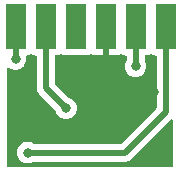
<source format=gbl>
G04 #@! TF.GenerationSoftware,KiCad,Pcbnew,(6.0.6-0)*
G04 #@! TF.CreationDate,2022-07-24T09:40:11-04:00*
G04 #@! TF.ProjectId,hitclips_2040_adapter_v5,68697463-6c69-4707-935f-323034305f61,rev?*
G04 #@! TF.SameCoordinates,Original*
G04 #@! TF.FileFunction,Copper,L2,Bot*
G04 #@! TF.FilePolarity,Positive*
%FSLAX46Y46*%
G04 Gerber Fmt 4.6, Leading zero omitted, Abs format (unit mm)*
G04 Created by KiCad (PCBNEW (6.0.6-0)) date 2022-07-24 09:40:11*
%MOMM*%
%LPD*%
G01*
G04 APERTURE LIST*
G04 #@! TA.AperFunction,ComponentPad*
%ADD10R,1.800000X2.200000*%
G04 #@! TD*
G04 #@! TA.AperFunction,SMDPad,CuDef*
%ADD11R,1.800000X2.750000*%
G04 #@! TD*
G04 #@! TA.AperFunction,ViaPad*
%ADD12C,0.800000*%
G04 #@! TD*
G04 #@! TA.AperFunction,Conductor*
%ADD13C,0.500000*%
G04 #@! TD*
G04 #@! TA.AperFunction,Conductor*
%ADD14C,0.250000*%
G04 #@! TD*
G04 APERTURE END LIST*
D10*
X131875600Y-85783200D03*
D11*
X131875600Y-87158200D03*
D10*
X134415600Y-85783200D03*
D11*
X134415600Y-87158200D03*
D10*
X136955600Y-85783200D03*
D11*
X136955600Y-87158200D03*
X139495600Y-87158200D03*
D10*
X139495600Y-85783200D03*
X142035600Y-85783200D03*
D11*
X142035600Y-87158200D03*
X144575600Y-87158200D03*
D10*
X144575600Y-85783200D03*
D12*
X131875600Y-89356000D03*
X136144000Y-93522800D03*
X142035600Y-89968000D03*
X132232400Y-92760800D03*
X143611600Y-92151200D03*
X132892800Y-97282000D03*
D13*
X131875600Y-89356000D02*
X131875600Y-87158200D01*
X142035600Y-89968000D02*
X142035600Y-87158200D01*
X136144000Y-93522800D02*
X134415600Y-91794400D01*
X134415600Y-91794400D02*
X134415600Y-87158200D01*
X143611600Y-92151200D02*
X142341600Y-92151200D01*
X142341600Y-92151200D02*
X139495600Y-89305200D01*
X139495600Y-89305200D02*
X139495600Y-87158200D01*
D14*
X139649200Y-87351800D02*
X139455600Y-87158200D01*
D13*
X132892800Y-97282000D02*
X141122400Y-97282000D01*
X141122400Y-97282000D02*
X144575600Y-93828800D01*
X144575600Y-93828800D02*
X144575600Y-87158200D01*
G04 #@! TA.AperFunction,Conductor*
G36*
X139691721Y-86278902D02*
G01*
X139738214Y-86332558D01*
X139749600Y-86384900D01*
X139749600Y-89023084D01*
X139754075Y-89038323D01*
X139755465Y-89039528D01*
X139763148Y-89041199D01*
X140440269Y-89041199D01*
X140447090Y-89040829D01*
X140497952Y-89035305D01*
X140513204Y-89031679D01*
X140633654Y-88986524D01*
X140649249Y-88977986D01*
X140689618Y-88947731D01*
X140756125Y-88922883D01*
X140825507Y-88937936D01*
X140840748Y-88947731D01*
X140841165Y-88948043D01*
X140888895Y-88983815D01*
X141025284Y-89034945D01*
X141087466Y-89041700D01*
X141151100Y-89041700D01*
X141219221Y-89061702D01*
X141265714Y-89115358D01*
X141277100Y-89167700D01*
X141277100Y-89431001D01*
X141260219Y-89494000D01*
X141201073Y-89596444D01*
X141142058Y-89778072D01*
X141122096Y-89968000D01*
X141122786Y-89974565D01*
X141140453Y-90142653D01*
X141142058Y-90157928D01*
X141201073Y-90339556D01*
X141296560Y-90504944D01*
X141424347Y-90646866D01*
X141578848Y-90759118D01*
X141584876Y-90761802D01*
X141584878Y-90761803D01*
X141747281Y-90834109D01*
X141753312Y-90836794D01*
X141846712Y-90856647D01*
X141933656Y-90875128D01*
X141933661Y-90875128D01*
X141940113Y-90876500D01*
X142131087Y-90876500D01*
X142137539Y-90875128D01*
X142137544Y-90875128D01*
X142224487Y-90856647D01*
X142317888Y-90836794D01*
X142323919Y-90834109D01*
X142486322Y-90761803D01*
X142486324Y-90761802D01*
X142492352Y-90759118D01*
X142646853Y-90646866D01*
X142774640Y-90504944D01*
X142870127Y-90339556D01*
X142929142Y-90157928D01*
X142930748Y-90142653D01*
X142948414Y-89974565D01*
X142949104Y-89968000D01*
X142929142Y-89778072D01*
X142870127Y-89596444D01*
X142810981Y-89494000D01*
X142794100Y-89431001D01*
X142794100Y-89167700D01*
X142814102Y-89099579D01*
X142867758Y-89053086D01*
X142920100Y-89041700D01*
X142983734Y-89041700D01*
X143045916Y-89034945D01*
X143182305Y-88983815D01*
X143230037Y-88948042D01*
X143296541Y-88923195D01*
X143365923Y-88938248D01*
X143381156Y-88948037D01*
X143428895Y-88983815D01*
X143565284Y-89034945D01*
X143627466Y-89041700D01*
X143691100Y-89041700D01*
X143759221Y-89061702D01*
X143805714Y-89115358D01*
X143817100Y-89167700D01*
X143817100Y-93462429D01*
X143797098Y-93530550D01*
X143780195Y-93551524D01*
X140845124Y-96486595D01*
X140782812Y-96520621D01*
X140756029Y-96523500D01*
X133435387Y-96523500D01*
X133361328Y-96499437D01*
X133354898Y-96494765D01*
X133354891Y-96494761D01*
X133349552Y-96490882D01*
X133343524Y-96488198D01*
X133343522Y-96488197D01*
X133181119Y-96415891D01*
X133181118Y-96415891D01*
X133175088Y-96413206D01*
X133081688Y-96393353D01*
X132994744Y-96374872D01*
X132994739Y-96374872D01*
X132988287Y-96373500D01*
X132797313Y-96373500D01*
X132790861Y-96374872D01*
X132790856Y-96374872D01*
X132703912Y-96393353D01*
X132610512Y-96413206D01*
X132604482Y-96415891D01*
X132604481Y-96415891D01*
X132442078Y-96488197D01*
X132442076Y-96488198D01*
X132436048Y-96490882D01*
X132430707Y-96494762D01*
X132430706Y-96494763D01*
X132424273Y-96499437D01*
X132281547Y-96603134D01*
X132153760Y-96745056D01*
X132058273Y-96910444D01*
X131999258Y-97092072D01*
X131979296Y-97282000D01*
X131999258Y-97471928D01*
X132058273Y-97653556D01*
X132153760Y-97818944D01*
X132158178Y-97823851D01*
X132158179Y-97823852D01*
X132249086Y-97924814D01*
X132281547Y-97960866D01*
X132333825Y-97998848D01*
X132430704Y-98069235D01*
X132436048Y-98073118D01*
X132442076Y-98075802D01*
X132442078Y-98075803D01*
X132604481Y-98148109D01*
X132610512Y-98150794D01*
X132703913Y-98170647D01*
X132790856Y-98189128D01*
X132790861Y-98189128D01*
X132797313Y-98190500D01*
X132988287Y-98190500D01*
X132994739Y-98189128D01*
X132994744Y-98189128D01*
X133081687Y-98170647D01*
X133175088Y-98150794D01*
X133181119Y-98148109D01*
X133343522Y-98075803D01*
X133343524Y-98075802D01*
X133349552Y-98073118D01*
X133354891Y-98069239D01*
X133354898Y-98069235D01*
X133361328Y-98064563D01*
X133435387Y-98040500D01*
X141055330Y-98040500D01*
X141074280Y-98041933D01*
X141088515Y-98044099D01*
X141088519Y-98044099D01*
X141095749Y-98045199D01*
X141103041Y-98044606D01*
X141103044Y-98044606D01*
X141148418Y-98040915D01*
X141158633Y-98040500D01*
X141166693Y-98040500D01*
X141179983Y-98038951D01*
X141194907Y-98037211D01*
X141199282Y-98036778D01*
X141264739Y-98031454D01*
X141264742Y-98031453D01*
X141272037Y-98030860D01*
X141279001Y-98028604D01*
X141284960Y-98027413D01*
X141290815Y-98026029D01*
X141298081Y-98025182D01*
X141366727Y-98000265D01*
X141370855Y-97998848D01*
X141433336Y-97978607D01*
X141433338Y-97978606D01*
X141440299Y-97976351D01*
X141446554Y-97972555D01*
X141452028Y-97970049D01*
X141457458Y-97967330D01*
X141464337Y-97964833D01*
X141525376Y-97924814D01*
X141529080Y-97922477D01*
X141591507Y-97884595D01*
X141599884Y-97877197D01*
X141599908Y-97877224D01*
X141602900Y-97874571D01*
X141606133Y-97871868D01*
X141612252Y-97867856D01*
X141665528Y-97811617D01*
X141667906Y-97809175D01*
X144970805Y-94506276D01*
X145033117Y-94472250D01*
X145103932Y-94477315D01*
X145160768Y-94519862D01*
X145185579Y-94586382D01*
X145185900Y-94595371D01*
X145185900Y-98365500D01*
X145165898Y-98433621D01*
X145112242Y-98480114D01*
X145059900Y-98491500D01*
X131292100Y-98491500D01*
X131223979Y-98471498D01*
X131177486Y-98417842D01*
X131166100Y-98365500D01*
X131166100Y-90210774D01*
X131186102Y-90142653D01*
X131239758Y-90096160D01*
X131310032Y-90086056D01*
X131366158Y-90108836D01*
X131418848Y-90147118D01*
X131424876Y-90149802D01*
X131424878Y-90149803D01*
X131457228Y-90164206D01*
X131593312Y-90224794D01*
X131686713Y-90244647D01*
X131773656Y-90263128D01*
X131773661Y-90263128D01*
X131780113Y-90264500D01*
X131971087Y-90264500D01*
X131977539Y-90263128D01*
X131977544Y-90263128D01*
X132064487Y-90244647D01*
X132157888Y-90224794D01*
X132293972Y-90164206D01*
X132326322Y-90149803D01*
X132326324Y-90149802D01*
X132332352Y-90147118D01*
X132486853Y-90034866D01*
X132547059Y-89968000D01*
X132610221Y-89897852D01*
X132610222Y-89897851D01*
X132614640Y-89892944D01*
X132710127Y-89727556D01*
X132769142Y-89545928D01*
X132789104Y-89356000D01*
X132769958Y-89173839D01*
X132782730Y-89104002D01*
X132831232Y-89052156D01*
X132870715Y-89039044D01*
X132870378Y-89037625D01*
X132878060Y-89035798D01*
X132885916Y-89034945D01*
X133022305Y-88983815D01*
X133070037Y-88948042D01*
X133136541Y-88923195D01*
X133205923Y-88938248D01*
X133221156Y-88948037D01*
X133268895Y-88983815D01*
X133405284Y-89034945D01*
X133467466Y-89041700D01*
X133531100Y-89041700D01*
X133599221Y-89061702D01*
X133645714Y-89115358D01*
X133657100Y-89167700D01*
X133657100Y-91727330D01*
X133655667Y-91746280D01*
X133652401Y-91767749D01*
X133652994Y-91775041D01*
X133652994Y-91775044D01*
X133656685Y-91820418D01*
X133657100Y-91830633D01*
X133657100Y-91838693D01*
X133657525Y-91842337D01*
X133660389Y-91866907D01*
X133660822Y-91871282D01*
X133666740Y-91944037D01*
X133668996Y-91951001D01*
X133670187Y-91956960D01*
X133671571Y-91962815D01*
X133672418Y-91970081D01*
X133697335Y-92038727D01*
X133698752Y-92042855D01*
X133721249Y-92112299D01*
X133725045Y-92118554D01*
X133727551Y-92124028D01*
X133730270Y-92129458D01*
X133732767Y-92136337D01*
X133736780Y-92142457D01*
X133736780Y-92142458D01*
X133772786Y-92197376D01*
X133775123Y-92201080D01*
X133813005Y-92263507D01*
X133816721Y-92267715D01*
X133816722Y-92267716D01*
X133820403Y-92271884D01*
X133820376Y-92271908D01*
X133823029Y-92274900D01*
X133825732Y-92278133D01*
X133829744Y-92284252D01*
X133835056Y-92289284D01*
X133885983Y-92337528D01*
X133888425Y-92339906D01*
X135223875Y-93675356D01*
X135254613Y-93725514D01*
X135309473Y-93894356D01*
X135404960Y-94059744D01*
X135532747Y-94201666D01*
X135687248Y-94313918D01*
X135693276Y-94316602D01*
X135693278Y-94316603D01*
X135731951Y-94333821D01*
X135861712Y-94391594D01*
X135955112Y-94411447D01*
X136042056Y-94429928D01*
X136042061Y-94429928D01*
X136048513Y-94431300D01*
X136239487Y-94431300D01*
X136245939Y-94429928D01*
X136245944Y-94429928D01*
X136332888Y-94411447D01*
X136426288Y-94391594D01*
X136556049Y-94333821D01*
X136594722Y-94316603D01*
X136594724Y-94316602D01*
X136600752Y-94313918D01*
X136755253Y-94201666D01*
X136883040Y-94059744D01*
X136978527Y-93894356D01*
X137037542Y-93712728D01*
X137057504Y-93522800D01*
X137037542Y-93332872D01*
X136978527Y-93151244D01*
X136883040Y-92985856D01*
X136755253Y-92843934D01*
X136600752Y-92731682D01*
X136594724Y-92728998D01*
X136594722Y-92728997D01*
X136432319Y-92656691D01*
X136432318Y-92656691D01*
X136426288Y-92654006D01*
X136419833Y-92652634D01*
X136419824Y-92652631D01*
X136363228Y-92640601D01*
X136300331Y-92606450D01*
X135211005Y-91517124D01*
X135176979Y-91454812D01*
X135174100Y-91428029D01*
X135174100Y-89167700D01*
X135194102Y-89099579D01*
X135247758Y-89053086D01*
X135300100Y-89041700D01*
X135363734Y-89041700D01*
X135425916Y-89034945D01*
X135562305Y-88983815D01*
X135610037Y-88948042D01*
X135676541Y-88923195D01*
X135745923Y-88938248D01*
X135761156Y-88948037D01*
X135808895Y-88983815D01*
X135945284Y-89034945D01*
X136007466Y-89041700D01*
X137903734Y-89041700D01*
X137965916Y-89034945D01*
X138102305Y-88983815D01*
X138150036Y-88948043D01*
X138150452Y-88947731D01*
X138216959Y-88922883D01*
X138286341Y-88937936D01*
X138301582Y-88947731D01*
X138341951Y-88977986D01*
X138357546Y-88986524D01*
X138477994Y-89031678D01*
X138493249Y-89035305D01*
X138544114Y-89040831D01*
X138550928Y-89041200D01*
X139223485Y-89041200D01*
X139238724Y-89036725D01*
X139239929Y-89035335D01*
X139241600Y-89027652D01*
X139241600Y-86384900D01*
X139261602Y-86316779D01*
X139315258Y-86270286D01*
X139367600Y-86258900D01*
X139623600Y-86258900D01*
X139691721Y-86278902D01*
G37*
G04 #@! TD.AperFunction*
M02*

</source>
